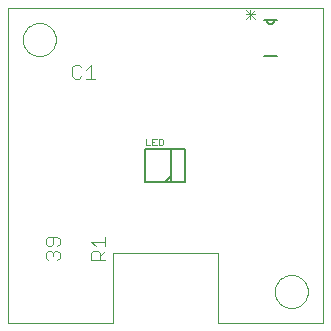
<source format=gto>
G75*
%MOIN*%
%OFA0B0*%
%FSLAX24Y24*%
%IPPOS*%
%LPD*%
%AMOC8*
5,1,8,0,0,1.08239X$1,22.5*
%
%ADD10C,0.0000*%
%ADD11C,0.0040*%
%ADD12C,0.0050*%
%ADD13C,0.0020*%
%ADD14C,0.0060*%
%ADD15C,0.0030*%
D10*
X000100Y000100D02*
X003600Y000100D01*
X003600Y002430D01*
X007100Y002430D01*
X007100Y000100D01*
X010600Y000100D01*
X010600Y010600D01*
X000100Y010600D01*
X000100Y000100D01*
X000599Y009550D02*
X000601Y009597D01*
X000607Y009643D01*
X000617Y009689D01*
X000630Y009734D01*
X000648Y009777D01*
X000669Y009819D01*
X000693Y009859D01*
X000721Y009896D01*
X000752Y009931D01*
X000786Y009964D01*
X000822Y009993D01*
X000861Y010019D01*
X000902Y010042D01*
X000945Y010061D01*
X000989Y010077D01*
X001034Y010089D01*
X001080Y010097D01*
X001127Y010101D01*
X001173Y010101D01*
X001220Y010097D01*
X001266Y010089D01*
X001311Y010077D01*
X001355Y010061D01*
X001398Y010042D01*
X001439Y010019D01*
X001478Y009993D01*
X001514Y009964D01*
X001548Y009931D01*
X001579Y009896D01*
X001607Y009859D01*
X001631Y009819D01*
X001652Y009777D01*
X001670Y009734D01*
X001683Y009689D01*
X001693Y009643D01*
X001699Y009597D01*
X001701Y009550D01*
X001699Y009503D01*
X001693Y009457D01*
X001683Y009411D01*
X001670Y009366D01*
X001652Y009323D01*
X001631Y009281D01*
X001607Y009241D01*
X001579Y009204D01*
X001548Y009169D01*
X001514Y009136D01*
X001478Y009107D01*
X001439Y009081D01*
X001398Y009058D01*
X001355Y009039D01*
X001311Y009023D01*
X001266Y009011D01*
X001220Y009003D01*
X001173Y008999D01*
X001127Y008999D01*
X001080Y009003D01*
X001034Y009011D01*
X000989Y009023D01*
X000945Y009039D01*
X000902Y009058D01*
X000861Y009081D01*
X000822Y009107D01*
X000786Y009136D01*
X000752Y009169D01*
X000721Y009204D01*
X000693Y009241D01*
X000669Y009281D01*
X000648Y009323D01*
X000630Y009366D01*
X000617Y009411D01*
X000607Y009457D01*
X000601Y009503D01*
X000599Y009550D01*
X008999Y001150D02*
X009001Y001197D01*
X009007Y001243D01*
X009017Y001289D01*
X009030Y001334D01*
X009048Y001377D01*
X009069Y001419D01*
X009093Y001459D01*
X009121Y001496D01*
X009152Y001531D01*
X009186Y001564D01*
X009222Y001593D01*
X009261Y001619D01*
X009302Y001642D01*
X009345Y001661D01*
X009389Y001677D01*
X009434Y001689D01*
X009480Y001697D01*
X009527Y001701D01*
X009573Y001701D01*
X009620Y001697D01*
X009666Y001689D01*
X009711Y001677D01*
X009755Y001661D01*
X009798Y001642D01*
X009839Y001619D01*
X009878Y001593D01*
X009914Y001564D01*
X009948Y001531D01*
X009979Y001496D01*
X010007Y001459D01*
X010031Y001419D01*
X010052Y001377D01*
X010070Y001334D01*
X010083Y001289D01*
X010093Y001243D01*
X010099Y001197D01*
X010101Y001150D01*
X010099Y001103D01*
X010093Y001057D01*
X010083Y001011D01*
X010070Y000966D01*
X010052Y000923D01*
X010031Y000881D01*
X010007Y000841D01*
X009979Y000804D01*
X009948Y000769D01*
X009914Y000736D01*
X009878Y000707D01*
X009839Y000681D01*
X009798Y000658D01*
X009755Y000639D01*
X009711Y000623D01*
X009666Y000611D01*
X009620Y000603D01*
X009573Y000599D01*
X009527Y000599D01*
X009480Y000603D01*
X009434Y000611D01*
X009389Y000623D01*
X009345Y000639D01*
X009302Y000658D01*
X009261Y000681D01*
X009222Y000707D01*
X009186Y000736D01*
X009152Y000769D01*
X009121Y000804D01*
X009093Y000841D01*
X009069Y000881D01*
X009048Y000923D01*
X009030Y000966D01*
X009017Y001011D01*
X009007Y001057D01*
X009001Y001103D01*
X008999Y001150D01*
D11*
X003330Y002199D02*
X002870Y002199D01*
X002870Y002429D01*
X002946Y002506D01*
X003100Y002506D01*
X003177Y002429D01*
X003177Y002199D01*
X003177Y002353D02*
X003330Y002506D01*
X003330Y002660D02*
X003330Y002967D01*
X003330Y002813D02*
X002870Y002813D01*
X003023Y002660D01*
X001830Y002736D02*
X001830Y002890D01*
X001753Y002967D01*
X001446Y002967D01*
X001370Y002890D01*
X001370Y002736D01*
X001446Y002660D01*
X001523Y002660D01*
X001600Y002736D01*
X001600Y002967D01*
X001830Y002736D02*
X001753Y002660D01*
X001753Y002506D02*
X001677Y002506D01*
X001600Y002429D01*
X001600Y002353D01*
X001600Y002429D02*
X001523Y002506D01*
X001446Y002506D01*
X001370Y002429D01*
X001370Y002276D01*
X001446Y002199D01*
X001753Y002199D02*
X001830Y002276D01*
X001830Y002429D01*
X001753Y002506D01*
X002322Y008245D02*
X002475Y008245D01*
X002552Y008322D01*
X002705Y008245D02*
X003012Y008245D01*
X002859Y008245D02*
X002859Y008705D01*
X002705Y008552D01*
X002552Y008629D02*
X002475Y008705D01*
X002322Y008705D01*
X002245Y008629D01*
X002245Y008322D01*
X002322Y008245D01*
D12*
X004681Y005901D02*
X005547Y005901D01*
X005547Y004996D01*
X005350Y004799D01*
X004681Y004799D01*
X004681Y005901D01*
X005547Y005901D02*
X006019Y005901D01*
X006019Y004799D01*
X005547Y004799D01*
X005350Y004799D01*
X005547Y004799D02*
X005547Y004996D01*
D13*
X005243Y006029D02*
X005133Y006029D01*
X005133Y006249D01*
X005243Y006249D01*
X005279Y006213D01*
X005279Y006066D01*
X005243Y006029D01*
X005058Y006029D02*
X004912Y006029D01*
X004912Y006249D01*
X005058Y006249D01*
X004985Y006139D02*
X004912Y006139D01*
X004838Y006029D02*
X004691Y006029D01*
X004691Y006249D01*
D14*
X008640Y009000D02*
X009060Y009000D01*
X009060Y010200D02*
X008970Y010200D01*
X008730Y010200D01*
X008640Y010200D01*
X008730Y010200D02*
X008732Y010179D01*
X008737Y010159D01*
X008746Y010140D01*
X008758Y010123D01*
X008773Y010108D01*
X008790Y010096D01*
X008809Y010087D01*
X008829Y010082D01*
X008850Y010080D01*
X008871Y010082D01*
X008891Y010087D01*
X008910Y010096D01*
X008927Y010108D01*
X008942Y010123D01*
X008954Y010140D01*
X008963Y010159D01*
X008968Y010179D01*
X008970Y010200D01*
D15*
X008339Y010233D02*
X008025Y010547D01*
X008025Y010390D02*
X008339Y010390D01*
X008339Y010547D02*
X008025Y010233D01*
X008182Y010233D02*
X008182Y010547D01*
M02*

</source>
